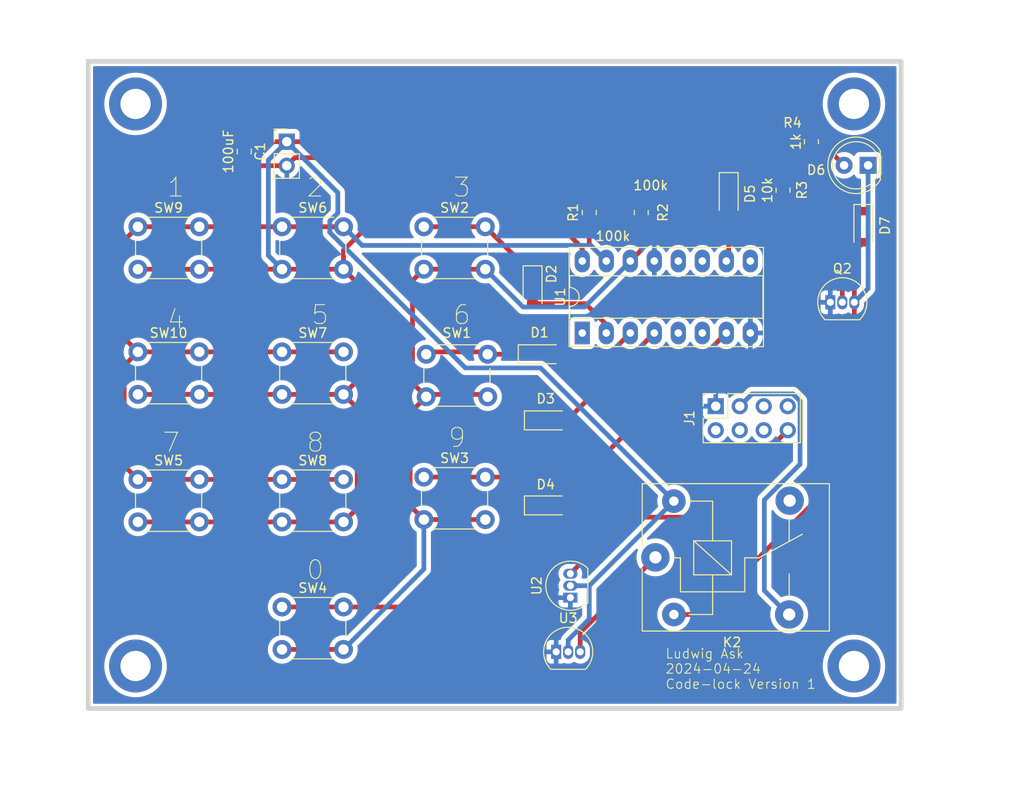
<source format=kicad_pcb>
(kicad_pcb (version 20240108) (generator "pcbnew") (generator_version "8.0")
  (layers (0 "F.Cu" signal) (31 "B.Cu" signal) (34 "B.Paste" user) (35 "F.Paste" user) (36 "B.SilkS" user "B.Silkscreen") (37 "F.SilkS" user "F.Silkscreen") (38 "B.Mask" user) (39 "F.Mask" user) (44 "Edge.Cuts" user))
  (net 0 "")
  (net 1 "GND")
  (net 2 "VCC")
  (net 3 "Net-(D1-K)")
  (net 4 "Net-(D1-A)")
  (net 5 "Net-(D2-K)")
  (net 6 "Net-(D2-A)")
  (net 7 "Net-(D3-A)")
  (net 8 "Net-(D3-K)")
  (net 9 "Net-(D4-K)")
  (net 10 "Net-(D4-A)")
  (net 11 "Net-(D5-A)")
  (net 12 "Net-(D5-K)")
  (net 13 "Net-(D6-A)")
  (net 14 "Net-(D6-K)")
  (net 15 "Net-(Q2-B)")
  (net 16 "Net-(U1-Reset)")
  (net 17 "Net-(U1-CLK)")
  (net 25 "Net-(U3-VO)")
  (net 28 "Net-(J1-Pin_8)")
  (net 32 "Net-(J1-Pin_3)")
  (footprint "Diode_SMD:D_SOD-123" (layer "F.Cu") (at 168.25 60.63 -90)
    (property "Reference" "D5" (at -0.105 -2.25 90) (layer "F.SilkS"))
    (property "Value" "1N4148W")
    (fp_line (start -2.36 1) (end 1.65 1) (stroke (width 0.12)) (layer "F.SilkS"))
    (fp_line (start -2.36 -1) (end -2.36 1) (stroke (width 0.12)) (layer "F.SilkS"))
    (fp_line (start -2.36 -1) (end 1.65 -1) (stroke (width 0.12)) (layer "F.SilkS"))
    (pad "1" smd roundrect (at -1.65 0 270) (size 0.9 1.2) (layers "F.Cu" "F.Paste" "F.Mask") (net 12 "Net-(D5-K)"))
    (pad "2" smd roundrect (at 1.65 0 270) (size 0.9 1.2) (layers "F.Cu" "F.Paste" "F.Mask") (net 11 "Net-(D5-A)"))
  )
  (footprint "Button_Switch_THT:SW_PUSH_6mm" (layer "F.Cu") (at 105.75 64)
    (property "Reference" "SW9" (at 3.25 -2 0) (layer "F.SilkS"))
    (property "Value" "SW_Push")
    (fp_line (start -0.25 1.5) (end -0.25 3) (stroke (width 0.12)) (layer "F.SilkS"))
    (fp_line (start 1 5.5) (end 5.5 5.5) (stroke (width 0.12)) (layer "F.SilkS"))
    (fp_line (start 5.5 -1) (end 1 -1) (stroke (width 0.12)) (layer "F.SilkS"))
    (fp_line (start 6.75 3) (end 6.75 1.5) (stroke (width 0.12)) (layer "F.SilkS"))
    (pad "1" thru_hole circle (at 0 0 90) (size 2 2) (drill 1.1) (layers "*.Cu" "*.Mask") (net 16 "Net-(U1-Reset)"))
    (pad "1" thru_hole circle (at 6.5 0 90) (size 2 2) (drill 1.1) (layers "*.Cu" "*.Mask") (net 16 "Net-(U1-Reset)"))
    (pad "2" thru_hole circle (at 0 4.5 90) (size 2 2) (drill 1.1) (layers "*.Cu" "*.Mask") (net 2 "VCC"))
    (pad "2" thru_hole circle (at 6.5 4.5 90) (size 2 2) (drill 1.1) (layers "*.Cu" "*.Mask") (net 2 "VCC"))
  )
  (footprint "Package_TO_SOT_THT:TO-92_Inline" (layer "F.Cu") (at 150 109)
    (property "Reference" "U3" (at 1.27 -3.56 0) (layer "F.SilkS"))
    (property "Value" "MCP1700x-330xxTO")
    (fp_line (start -0.53 1.85) (end 3.07 1.85) (stroke (width 0.12)) (layer "F.SilkS"))
    (fp_arc (start -0.568478 1.838478) (mid -1.132087 -0.994977) (end 1.27 -2.6) (stroke (width 0.12)) (layer "F.SilkS"))
    (fp_arc (start 1.27 -2.6) (mid 3.672087 -0.994977) (end 3.108478 1.838478) (stroke (width 0.12)) (layer "F.SilkS"))
    (pad "1" thru_hole rect (at 0 0) (size 1.05 1.5) (drill 0.75) (layers "*.Cu" "*.Mask") (net 1 "GND"))
    (pad "2" thru_hole oval (at 1.27 0) (size 1.05 1.5) (drill 0.75) (layers "*.Cu" "*.Mask") (net 2 "VCC"))
    (pad "3" thru_hole oval (at 2.54 0) (size 1.05 1.5) (drill 0.75) (layers "*.Cu" "*.Mask") (net 25 "Net-(U3-VO)"))
  )
  (footprint "Resistor_SMD:R_0805_2012Metric_Pad1.20x1.40mm_HandSolder" (layer "F.Cu") (at 159 62.5 -90)
    (property "Reference" "R2" (at 0 -2.29 90) (layer "F.SilkS"))
    (property "Value" "100k" (at -2.87 -1 180) (layer "F.SilkS"))
    (fp_line (start -0.227064 0.735) (end 0.227064 0.735) (stroke (width 0.12)) (layer "F.SilkS"))
    (fp_line (start -0.227064 -0.735) (end 0.227064 -0.735) (stroke (width 0.12)) (layer "F.SilkS"))
    (pad "1" smd roundrect (at -1 0 270) (size 1.2 1.4) (layers "F.Cu" "F.Paste" "F.Mask") (roundrect_rratio 0.208333) (net 1 "GND"))
    (pad "2" smd roundrect (at 1 0 270) (size 1.2 1.4) (layers "F.Cu" "F.Paste" "F.Mask") (roundrect_rratio 0.208333) (net 17 "Net-(U1-CLK)"))
  )
  (footprint "Connector_PinHeader_2.54mm:PinHeader_1x02_P2.54mm_Vertical" (layer "F.Cu") (at 121.5 55)
    (property "Reference" "J3" (hide yes))
    (property "Value" "Conn_01x02_Pin")
    (fp_line (start -1.33 -1.33) (end 0 -1.33) (stroke (width 0.12)) (layer "F.SilkS"))
    (fp_line (start -1.33 0) (end -1.33 -1.33) (stroke (width 0.12)) (layer "F.SilkS"))
    (fp_line (start -1.33 1.27) (end -1.33 3.87) (stroke (width 0.12)) (layer "F.SilkS"))
    (fp_line (start -1.33 1.27) (end 1.33 1.27) (stroke (width 0.12)) (layer "F.SilkS"))
    (fp_line (start -1.33 3.87) (end 1.33 3.87) (stroke (width 0.12)) (layer "F.SilkS"))
    (fp_line (start 1.33 1.27) (end 1.33 3.87) (stroke (width 0.12)) (layer "F.SilkS"))
    (pad "1" thru_hole rect (at 0 0) (size 1.7 1.7) (drill 1) (layers "*.Cu" "*.Mask") (net 2 "VCC"))
    (pad "2" thru_hole oval (at 0 2.54) (size 1.7 1.7) (drill 1) (layers "*.Cu" "*.Mask") (net 1 "GND"))
  )
  (footprint "Package_DIP:CERDIP-16_W7.62mm_SideBrazed_LongPads_Socket" (layer "F.Cu") (at 152.76 75.25 90)
    (property "Reference" "U1" (at 3.81 -2.33 -90) (layer "F.SilkS"))
    (property "Value" "4017")
    (fp_line (start 9.06 -1.39) (end -1.44 -1.39) (stroke (width 0.12)) (layer "F.SilkS"))
    (fp_line (start -1.44 -1.39) (end -1.44 19.17) (stroke (width 0.12)) (layer "F.SilkS"))
    (fp_line (start 6.06 -1.33) (end 4.81 -1.33) (stroke (width 0.12)) (layer "F.SilkS"))
    (fp_line (start 2.81 -1.33) (end 1.56 -1.33) (stroke (width 0.12)) (layer "F.SilkS"))
    (fp_line (start 1.56 -1.33) (end 1.56 19.11) (stroke (width 0.12)) (layer "F.SilkS"))
    (fp_line (start 6.06 19.11) (end 6.06 -1.33) (stroke (width 0.12)) (layer "F.SilkS"))
    (fp_line (start 1.56 19.11) (end 6.06 19.11) (stroke (width 0.12)) (layer "F.SilkS"))
    (fp_line (start 9.06 19.17) (end 9.06 -1.39) (stroke (width 0.12)) (layer "F.SilkS"))
    (fp_line (start -1.44 19.17) (end 9.06 19.17) (stroke (width 0.12)) (layer "F.SilkS"))
    (fp_arc (start 4.81 -1.33) (mid 3.81 -0.33) (end 2.81 -1.33) (stroke (width 0.12)) (layer "F.SilkS"))
    (pad "1" thru_hole rect (at 0 0 90) (size 2.4 1.6) (drill 0.8) (layers "*.Cu" "*.Mask"))
    (pad "2" thru_hole oval (at 0 2.54 90) (size 2.4 1.6) (drill 0.8) (layers "*.Cu" "*.Mask") (net 6 "Net-(D2-A)"))
    (pad "3" thru_hole oval (at 0 5.08 90) (size 2.4 1.6) (drill 0.8) (layers "*.Cu" "*.Mask") (net 4 "Net-(D1-A)"))
    (pad "4" thru_hole oval (at 0 7.62 90) (size 2.4 1.6) (drill 0.8) (layers "*.Cu" "*.Mask") (net 7 "Net-(D3-A)"))
    (pad "5" thru_hole oval (at 0 10.16 90) (size 2.4 1.6) (drill 0.8) (layers "*.Cu" "*.Mask"))
    (pad "6" thru_hole oval (at 0 12.7 90) (size 2.4 1.6) (drill 0.8) (layers "*.Cu" "*.Mask"))
    (pad "7" thru_hole oval (at 0 15.24 90) (size 2.4 1.6) (drill 0.8) (layers "*.Cu" "*.Mask") (net 10 "Net-(D4-A)"))
    (pad "8" thru_hole oval (at 0 17.78 90) (size 2.4 1.6) (drill 0.8) (layers "*.Cu" "*.Mask") (net 1 "GND"))
    (pad "9" thru_hole oval (at 7.62 17.78 90) (size 2.4 1.6) (drill 0.8) (layers "*.Cu" "*.Mask"))
    (pad "10" thru_hole oval (at 7.62 15.24 90) (size 2.4 1.6) (drill 0.8) (layers "*.Cu" "*.Mask") (net 11 "Net-(D5-A)"))
    (pad "11" thru_hole oval (at 7.62 12.7 90) (size 2.4 1.6) (drill 0.8) (layers "*.Cu" "*.Mask"))
    (pad "12" thru_hole oval (at 7.62 10.16 90) (size 2.4 1.6) (drill 0.8) (layers "*.Cu" "*.Mask"))
    (pad "13" thru_hole oval (at 7.62 7.62 90) (size 2.4 1.6) (drill 0.8) (layers "*.Cu" "*.Mask") (net 1 "GND"))
    (pad "14" thru_hole oval (at 7.62 5.08 90) (size 2.4 1.6) (drill 0.8) (layers "*.Cu" "*.Mask") (net 17 "Net-(U1-CLK)"))
    (pad "15" thru_hole oval (at 7.62 2.54 90) (size 2.4 1.6) (drill 0.8) (layers "*.Cu" "*.Mask") (net 16 "Net-(U1-Reset)"))
    (pad "16" thru_hole oval (at 7.62 0 90) (size 2.4 1.6) (drill 0.8) (layers "*.Cu" "*.Mask") (net 2 "VCC"))
  )
  (footprint "MountingHole:MountingHole_3.2mm_M3_DIN965_Pad" (layer "F.Cu") (at 181.5 110.5)
    (property "Reference" "REF**" (hide yes))
    (property "Value" "MountingHole_3.2mm_M3_DIN965_Pad")
    (pad "1" thru_hole circle (at 0 0) (size 5.6 5.6) (drill 3.2) (layers "*.Cu" "*.Mask"))
  )
  (footprint "Package_TO_SOT_THT:TO-92_Inline" (layer "F.Cu") (at 151.5 103.27 90)
    (property "Reference" "U2" (at 1.27 -3.56 -90) (layer "F.SilkS"))
    (property "Value" "MCP1700x-330xxTO")
    (fp_line (start -0.53 1.85) (end 3.07 1.85) (stroke (width 0.12)) (layer "F.SilkS"))
    (fp_arc (start 1.27 -2.6) (mid 3.672087 -0.994977) (end 3.108478 1.838478) (stroke (width 0.12)) (layer "F.SilkS"))
    (fp_arc (start -0.568478 1.838478) (mid -1.132087 -0.994977) (end 1.27 -2.6) (stroke (width 0.12)) (layer "F.SilkS"))
    (pad "1" thru_hole rect (at 0 0 90) (size 1.05 1.5) (drill 0.75) (layers "*.Cu" "*.Mask") (net 1 "GND"))
    (pad "2" thru_hole oval (at 1.27 0 90) (size 1.05 1.5) (drill 0.75) (layers "*.Cu" "*.Mask") (net 2 "VCC"))
    (pad "3" thru_hole oval (at 2.54 0 90) (size 1.05 1.5) (drill 0.75) (layers "*.Cu" "*.Mask") (net 28 "Net-(J1-Pin_8)"))
  )
  (footprint "MountingHole:MountingHole_3.2mm_M3_DIN965_Pad" (layer "F.Cu") (at 105.5 110.5)
    (property "Reference" "REF**" (hide yes))
    (property "Value" "MountingHole_3.2mm_M3_DIN965_Pad")
    (pad "1" thru_hole circle (at 0 0) (size 5.6 5.6) (drill 3.2) (layers "*.Cu" "*.Mask"))
  )
  (footprint "Diode_SMD:D_SOD-123" (layer "F.Cu") (at 182.5 64 -90)
    (property "Reference" "D7" (at -0.105 -2.29 90) (layer "F.SilkS"))
    (property "Value" "1N4148W")
    (fp_line (start -2.36 1) (end 1.65 1) (stroke (width 0.12)) (layer "F.SilkS"))
    (fp_line (start -2.36 -1) (end -2.36 1) (stroke (width 0.12)) (layer "F.SilkS"))
    (fp_line (start -2.36 -1) (end 1.65 -1) (stroke (width 0.12)) (layer "F.SilkS"))
    (pad "1" smd roundrect (at -1.65 0 270) (size 0.9 1.2) (layers "F.Cu" "F.Paste" "F.Mask") (net 2 "VCC"))
    (pad "2" smd roundrect (at 1.65 0 270) (size 0.9 1.2) (layers "F.Cu" "F.Paste" "F.Mask") (net 14 "Net-(D6-K)"))
  )
  (footprint "Button_Switch_THT:SW_PUSH_6mm" (layer "F.Cu") (at 136 90.5)
    (property "Reference" "SW3" (at 3.25 -2 0) (layer "F.SilkS"))
    (property "Value" "SW_Push")
    (fp_line (start -0.25 1.5) (end -0.25 3) (stroke (width 0.12)) (layer "F.SilkS"))
    (fp_line (start 1 5.5) (end 5.5 5.5) (stroke (width 0.12)) (layer "F.SilkS"))
    (fp_line (start 5.5 -1) (end 1 -1) (stroke (width 0.12)) (layer "F.SilkS"))
    (fp_line (start 6.75 3) (end 6.75 1.5) (stroke (width 0.12)) (layer "F.SilkS"))
    (pad "1" thru_hole circle (at 0 0 90) (size 2 2) (drill 1.1) (layers "*.Cu" "*.Mask") (net 8 "Net-(D3-K)"))
    (pad "1" thru_hole circle (at 6.5 0 90) (size 2 2) (drill 1.1) (layers "*.Cu" "*.Mask") (net 8 "Net-(D3-K)"))
    (pad "2" thru_hole circle (at 0 4.5 90) (size 2 2) (drill 1.1) (layers "*.Cu" "*.Mask") (net 17 "Net-(U1-CLK)"))
    (pad "2" thru_hole circle (at 6.5 4.5 90) (size 2 2) (drill 1.1) (layers "*.Cu" "*.Mask") (net 17 "Net-(U1-CLK)"))
  )
  (footprint "MountingHole:MountingHole_3.2mm_M3_DIN965_Pad" (layer "F.Cu") (at 181.5 51)
    (property "Reference" "REF**" (hide yes))
    (property "Value" "MountingHole_3.2mm_M3_DIN965_Pad")
    (pad "1" thru_hole circle (at 0 0) (size 5.6 5.6) (drill 3.2) (layers "*.Cu" "*.Mask"))
  )
  (footprint "Button_Switch_THT:SW_PUSH_6mm" (layer "F.Cu") (at 136.25 77.5)
    (property "Reference" "SW1" (at 3.25 -2.25 0) (layer "F.SilkS"))
    (property "Value" "SW_Push")
    (fp_line (start -0.25 1.5) (end -0.25 3) (stroke (width 0.12)) (layer "F.SilkS"))
    (fp_line (start 1 5.5) (end 5.5 5.5) (stroke (width 0.12)) (layer "F.SilkS"))
    (fp_line (start 5.5 -1) (end 1 -1) (stroke (width 0.12)) (layer "F.SilkS"))
    (fp_line (start 6.75 3) (end 6.75 1.5) (stroke (width 0.12)) (layer "F.SilkS"))
    (pad "1" thru_hole circle (at 0 0 90) (size 2 2) (drill 1.1) (layers "*.Cu" "*.Mask") (net 3 "Net-(D1-K)"))
    (pad "1" thru_hole circle (at 6.5 0 90) (size 2 2) (drill 1.1) (layers "*.Cu" "*.Mask") (net 3 "Net-(D1-K)"))
    (pad "2" thru_hole circle (at 0 4.5 90) (size 2 2) (drill 1.1) (layers "*.Cu" "*.Mask") (net 17 "Net-(U1-CLK)"))
    (pad "2" thru_hole circle (at 6.5 4.5 90) (size 2 2) (drill 1.1) (layers "*.Cu" "*.Mask") (net 17 "Net-(U1-CLK)"))
  )
  (footprint "Diode_SMD:D_SOD-123" (layer "F.Cu") (at 149 84.5)
    (property "Reference" "D3" (at -0.105 -2.29 0) (layer "F.SilkS"))
    (property "Value" "1N4148W")
    (fp_line (start -2.36 -1) (end -2.36 1) (stroke (width 0.12)) (layer "F.SilkS"))
    (fp_line (start -2.36 -1) (end 1.65 -1) (stroke (width 0.12)) (layer "F.SilkS"))
    (fp_line (start -2.36 1) (end 1.65 1) (stroke (width 0.12)) (layer "F.SilkS"))
    (pad "1" smd roundrect (at -1.65 0) (size 0.9 1.2) (layers "F.Cu" "F.Paste" "F.Mask") (net 8 "Net-(D3-K)"))
    (pad "2" smd roundrect (at 1.65 0) (size 0.9 1.2) (layers "F.Cu" "F.Paste" "F.Mask") (net 7 "Net-(D3-A)"))
  )
  (footprint "Resistor_SMD:R_0805_2012Metric_Pad1.20x1.40mm_HandSolder" (layer "F.Cu") (at 153.5 62.5 90)
    (property "Reference" "R1" (at 0 -1.71 -90) (layer "F.SilkS"))
    (property "Value" "100k" (at -2.5 2.5 0) (layer "F.SilkS"))
    (fp_line (start -0.227064 -0.735) (end 0.227064 -0.735) (stroke (width 0.12)) (layer "F.SilkS"))
    (fp_line (start -0.227064 0.735) (end 0.227064 0.735) (stroke (width 0.12)) (layer "F.SilkS"))
    (pad "1" smd roundrect (at -1 0 90) (size 1.2 1.4) (layers "F.Cu" "F.Paste" "F.Mask") (roundrect_rratio 0.208333) (net 16 "Net-(U1-Reset)"))
    (pad "2" smd roundrect (at 1 0 90) (size 1.2 1.4) (layers "F.Cu" "F.Paste" "F.Mask") (roundrect_rratio 0.208333) (net 1 "GND"))
  )
  (footprint "Connector_PinSocket_2.54mm:PinSocket_2x04_P2.54mm_Vertical" (layer "F.Cu") (at 166.88 83 90)
    (property "Reference" "J1" (at -1.27 -2.77 -90) (layer "F.SilkS"))
    (property "Value" "Conn_02x04_Odd_Even")
    (fp_line (start 1.33 -1.33) (end 1.33 0) (stroke (width 0.12)) (layer "F.SilkS"))
    (fp_line (start 0 -1.33) (end 1.33 -1.33) (stroke (width 0.12)) (layer "F.SilkS"))
    (fp_line (start -1.27 -1.33) (end -1.27 1.27) (stroke (width 0.12)) (layer "F.SilkS"))
    (fp_line (start -3.87 -1.33) (end -1.27 -1.33) (stroke (width 0.12)) (layer "F.SilkS"))
    (fp_line (start -3.87 -1.33) (end -3.87 8.95) (stroke (width 0.12)) (layer "F.SilkS"))
    (fp_line (start 1.33 1.27) (end 1.33 8.95) (stroke (width 0.12)) (layer "F.SilkS"))
    (fp_line (start -1.27 1.27) (end 1.33 1.27) (stroke (width 0.12)) (layer "F.SilkS"))
    (fp_line (start -3.87 8.95) (end 1.33 8.95) (stroke (width 0.12)) (layer "F.SilkS"))
    (pad "1" thru_hole rect (at 0 0 90) (size 1.7 1.7) (drill 1) (layers "*.Cu" "*.Mask") (net 1 "GND"))
    (pad "2" thru_hole oval (at -2.54 0 90) (size 1.7 1.7) (drill 1) (layers "*.Cu" "*.Mask"))
    (pad "3" thru_hole oval (at 0 2.54 90) (size 1.7 1.7) (drill 1) (layers "*.Cu" "*.Mask") (net 32 "Net-(J1-Pin_3)"))
    (pad "4" thru_hole oval (at -2.54 2.54 90) (size 1.7 1.7) (drill 1) (layers "*.Cu" "*.Mask"))
    (pad "5" thru_hole oval (at 0 5.08 90) (size 1.7 1.7) (drill 1) (layers "*.Cu" "*.Mask"))
    (pad "6" thru_hole oval (at -2.54 5.08 90) (size 1.7 1.7) (drill 1) (layers "*.Cu" "*.Mask"))
    (pad "7" thru_hole oval (at 0 7.62 90) (size 1.7 1.7) (drill 1) (layers "*.Cu" "*.Mask"))
    (pad "8" thru_hole oval (at -2.54 7.62 90) (size 1.7 1.7) (drill 1) (layers "*.Cu" "*.Mask") (net 28 "Net-(J1-Pin_8)"))
  )
  (footprint "Resistor_SMD:R_0805_2012Metric_Pad1.20x1.40mm_HandSolder" (layer "F.Cu") (at 174 60.13 -90)
    (property "Reference" "R3" (at 0 -2 90) (layer "F.SilkS"))
    (property "Value" "10k" (at 0 1.65 90) (layer "F.SilkS"))
    (fp_line (start -0.227064 0.735) (end 0.227064 0.735) (stroke (width 0.12)) (layer "F.SilkS"))
    (fp_line (start -0.227064 -0.735) (end 0.227064 -0.735) (stroke (width 0.12)) (layer "F.SilkS"))
    (pad "1" smd roundrect (at -1 0 270) (size 1.2 1.4) (layers "F.Cu" "F.Paste" "F.Mask") (roundrect_rratio 0.208333) (net 12 "Net-(D5-K)"))
    (pad "2" smd roundrect (at 1 0 270) (size 1.2 1.4) (layers "F.Cu" "F.Paste" "F.Mask") (roundrect_rratio 0.208333) (net 15 "Net-(Q2-B)"))
  )
  (footprint "Button_Switch_THT:SW_PUSH_6mm" (layer "F.Cu") (at 105.75 77.25)
    (property "Reference" "SW10" (at 3.25 -2 0) (layer "F.SilkS"))
    (property "Value" "SW_Push")
    (fp_line (start -0.25 1.5) (end -0.25 3) (stroke (width 0.12)) (layer "F.SilkS"))
    (fp_line (start 1 5.5) (end 5.5 5.5) (stroke (width 0.12)) (layer "F.SilkS"))
    (fp_line (start 5.5 -1) (end 1 -1) (stroke (width 0.12)) (layer "F.SilkS"))
    (fp_line (start 6.75 3) (end 6.75 1.5) (stroke (width 0.12)) (layer "F.SilkS"))
    (pad "1" thru_hole circle (at 0 0 90) (size 2 2) (drill 1.1) (layers "*.Cu" "*.Mask") (net 16 "Net-(U1-Reset)"))
    (pad "1" thru_hole circle (at 6.5 0 90) (size 2 2) (drill 1.1) (layers "*.Cu" "*.Mask") (net 16 "Net-(U1-Reset)"))
    (pad "2" thru_hole circle (at 0 4.5 90) (size 2 2) (drill 1.1) (layers "*.Cu" "*.Mask") (net 2 "VCC"))
    (pad "2" thru_hole circle (at 6.5 4.5 90) (size 2 2) (drill 1.1) (layers "*.Cu" "*.Mask") (net 2 "VCC"))
  )
  (footprint "Button_Switch_THT:SW_PUSH_6mm" (layer "F.Cu") (at 121 104.25)
    (property "Reference" "SW4" (at 3.25 -2 0) (layer "F.SilkS"))
    (property "Value" "SW_Push")
    (fp_line (start -0.25 1.5) (end -0.25 3) (stroke (width 0.12)) (layer "F.SilkS"))
    (fp_line (start 1 5.5) (end 5.5 5.5) (stroke (width 0.12)) (layer "F.SilkS"))
    (fp_line (start 5.5 -1) (end 1 -1) (stroke (width 0.12)) (layer "F.SilkS"))
    (fp_line (start 6.75 3) (end 6.75 1.5) (stroke (width 0.12)) (layer "F.SilkS"))
    (pad "1" thru_hole circle (at 0 0 90) (size 2 2) (drill 1.1) (layers "*.Cu" "*.Mask") (net 9 "Net-(D4-K)"))
    (pad "1" thru_hole circle (at 6.5 0 90) (size 2 2) (drill 1.1) (layers "*.Cu" "*.Mask") (net 9 "Net-(D4-K)"))
    (pad "2" thru_hole circle (at 0 4.5 90) (size 2 2) (drill 1.1) (layers "*.Cu" "*.Mask") (net 17 "Net-(U1-CLK)"))
    (pad "2" thru_hole circle (at 6.5 4.5 90) (size 2 2) (drill 1.1) (layers "*.Cu" "*.Mask") (net 17 "Net-(U1-CLK)"))
  )
  (footprint "MountingHole:MountingHole_3.2mm_M3_DIN965_Pad" (layer "F.Cu") (at 105.5 51)
    (property "Reference" "REF**" (hide yes))
    (property "Value" "MountingHole_3.2mm_M3_DIN965_Pad")
    (pad "1" thru_hole circle (at 0 0) (size 5.6 5.6) (drill 3.2) (layers "*.Cu" "*.Mask"))
  )
  (footprint "Button_Switch_THT:SW_PUSH_6mm" (layer "F.Cu") (at 121 64)
    (property "Reference" "SW6" (at 3.25 -2 0) (layer "F.SilkS"))
    (property "Value" "SW_Push")
    (fp_line (start -0.25 1.5) (end -0.25 3) (stroke (width 0.12)) (layer "F.SilkS"))
    (fp_line (start 1 5.5) (end 5.5 5.5) (stroke (width 0.12)) (layer "F.SilkS"))
    (fp_line (start 5.5 -1) (end 1 -1) (stroke (width 0.12)) (layer "F.SilkS"))
    (fp_line (start 6.75 3) (end 6.75 1.5) (stroke (width 0.12)) (layer "F.SilkS"))
    (pad "1" thru_hole circle (at 0 0 90) (size 2 2) (drill 1.1) (layers "*.Cu" "*.Mask") (net 16 "Net-(U1-Reset)"))
    (pad "1" thru_hole circle (at 6.5 0 90) (size 2 2) (drill 1.1) (layers "*.Cu" "*.Mask") (net 16 "Net-(U1-Reset)"))
    (pad "2" thru_hole circle (at 0 4.5 90) (size 2 2) (drill 1.1) (layers "*.Cu" "*.Mask") (net 2 "VCC"))
    (pad "2" thru_hole circle (at 6.5 4.5 90) (size 2 2) (drill 1.1) (layers "*.Cu" "*.Mask") (net 2 "VCC"))
  )
  (footprint "Resistor_SMD:R_0805_2012Metric_Pad1.20x1.40mm_HandSolder" (layer "F.Cu") (at 177 55 -90)
    (property "Reference" "R4" (at -2 2 180) (layer "F.SilkS"))
    (property "Value" "1k" (at 0 1.65 90) (layer "F.SilkS"))
    (fp_line (start -0.227064 0.735) (end 0.227064 0.735) (stroke (width 0.12)) (layer "F.SilkS"))
    (fp_line (start -0.227064 -0.735) (end 0.227064 -0.735) (stroke (width 0.12)) (layer "F.SilkS"))
    (pad "1" smd roundrect (at -1 0 270) (size 1.2 1.4) (layers "F.Cu" "F.Paste" "F.Mask") (roundrect_rratio 0.208333) (net 2 "VCC"))
    (pad "2" smd roundrect (at 1 0 270) (size 1.2 1.4) (layers "F.Cu" "F.Paste" "F.Mask") (roundrect_rratio 0.208333) (net 13 "Net-(D6-A)"))
  )
  (footprint "Button_Switch_THT:SW_PUSH_6mm" (layer "F.Cu") (at 136 64)
    (property "Reference" "SW2" (at 3.25 -2 0) (layer "F.SilkS"))
    (property "Value" "SW_Push")
    (fp_line (start -0.25 1.5) (end -0.25 3) (stroke (width 0.12)) (layer "F.SilkS"))
    (fp_line (start 1 5.5) (end 5.5 5.5) (stroke (width 0.12)) (layer "F.SilkS"))
    (fp_line (start 5.5 -1) (end 1 -1) (stroke (width 0.12)) (layer "F.SilkS"))
    (fp_line (start 6.75 3) (end 6.75 1.5) (stroke (width 0.12)) (layer "F.SilkS"))
    (pad "1" thru_hole circle (at 0 0 90) (size 2 2) (drill 1.1) (layers "*.Cu" "*.Mask") (net 5 "Net-(D2-K)"))
    (pad "1" thru_hole circle (at 6.5 0 90) (size 2 2) (drill 1.1) (layers "*.Cu" "*.Mask") (net 5 "Net-(D2-K)"))
    (pad "2" thru_hole circle (at 0 4.5 90) (size 2 2) (drill 1.1) (layers "*.Cu" "*.Mask") (net 17 "Net-(U1-CLK)"))
    (pad "2" thru_hole circle (at 6.5 4.5 90) (size 2 2) (drill 1.1) (layers "*.Cu" "*.Mask") (net 17 "Net-(U1-CLK)"))
  )
  (footprint "Diode_SMD:D_SOD-123" (layer "F.Cu") (at 149 93.5)
    (property "Reference" "D4" (at -0.105 -2.21 0) (layer "F.SilkS"))
    (property "Value" "1N4148W")
    (fp_line (start -2.36 -1) (end -2.36 1) (stroke (width 0.12)) (layer "F.SilkS"))
    (fp_line (start -2.36 -1) (end 1.65 -1) (stroke (width 0.12)) (layer "F.SilkS"))
    (fp_line (start -2.36 1) (end 1.65 1) (stroke (width 0.12)) (layer "F.SilkS"))
    (pad "1" smd roundrect (at -1.65 0) (size 0.9 1.2) (layers "F.Cu" "F.Paste" "F.Mask") (net 9 "Net-(D4-K)"))
    (pad "2" smd roundrect (at 1.65 0) (size 0.9 1.2) (layers "F.Cu" "F.Paste" "F.Mask") (net 10 "Net-(D4-A)"))
  )
  (footprint "Relay_THT:Relay_SPDT_SANYOU_SRD_Series_Form_C" (layer "F.Cu") (at 160.5 99)
    (property "Reference" "K2" (at 8.1 9 0) (layer "F.SilkS"))
    (property "Value" "SANYOU_SRD_Form_C")
    (fp_line (start -1.4 -7.8) (end -1.4 -1.2) (stroke (width 0.12)) (layer "F.SilkS"))
    (fp_line (start -1.4 -7.8) (end 18.4 -7.8) (stroke (width 0.12)) (layer "F.SilkS"))
    (fp_line (start -1.4 1.2) (end -1.4 7.8) (stroke (width 0.12)) (layer "F.SilkS"))
    (fp_line (start 2.65 0.05) (end 1.85 0.05) (stroke (width 0.12)) (layer "F.SilkS"))
    (fp_line (start 2.65 0.05) (end 2.65 3.65) (stroke (width 0.12)) (layer "F.SilkS"))
    (fp_line (start 3.55 6.05) (end 6.05 6.05) (stroke (width 0.12)) (layer "F.SilkS"))
    (fp_line (start 4.05 -1.75) (end 8.05 -1.75) (stroke (width 0.12)) (layer "F.SilkS"))
    (fp_line (start 4.05 1.85) (end 4.05 -1.75) (stroke (width 0.12)) (layer "F.SilkS"))
    (fp_line (start 6.05 -5.95) (end 3.55 -5.95) (stroke (width 0.12)) (layer "F.SilkS"))
    (fp_line (start 6.05 -5.95) (end 6.05 -1.75) (stroke (width 0.12)) (layer "F.SilkS"))
    (fp_line (start 6.05 1.85) (end 6.05 6.05) (stroke (width 0.12)) (layer "F.SilkS"))
    (fp_line (start 8.05 -1.75) (end 8.05 1.85) (stroke (width 0.12)) (layer "F.SilkS"))
    (fp_line (start 8.05 1.85) (end 4.05 -1.75) (stroke (width 0.12)) (layer "F.SilkS"))
    (fp_line (start 8.05 1.85) (end 4.05 1.85) (stroke (width 0.12)) (layer "F.SilkS"))
    (fp_line (start 9.45 0.05) (end 9.45 3.65) (stroke (width 0.12)) (layer "F.SilkS"))
    (fp_line (start 9.45 0.05) (end 10.95 0.05) (stroke (width 0.12)) (layer "F.SilkS"))
    (fp_line (start 9.45 3.65) (end 2.65 3.65) (stroke (width 0.12)) (layer "F.SilkS"))
    (fp_line (start 10.95 0.05) (end 15.55 -2.45) (stroke (width 0.12)) (layer "F.SilkS"))
    (fp_line (start 14.15 -4.2) (end 14.15 -1.7) (stroke (width 0.12)) (layer "F.SilkS"))
    (fp_line (start 14.15 4.2) (end 14.15 1.75) (stroke (width 0.12)) (layer "F.SilkS"))
    (fp_line (start 18.4 -7.8) (end 18.4 7.8) (stroke (width 0.12)) (layer "F.SilkS"))
    (fp_line (start 18.4 7.8) (end -1.4 7.8) (stroke (width 0.12)) (layer "F.SilkS"))
    (pad "1" thru_hole circle (at 0 0 90) (size 3 3) (drill 1.3) (layers "*.Cu" "*.Mask") (net 25 "Net-(U3-VO)"))
    (pad "2" thru_hole circle (at 1.95 6.05 90) (size 2.5 2.5) (drill 1) (layers "*.Cu" "*.Mask") (net 14 "Net-(D6-K)"))
    (pad "3" thru_hole circle (at 14.15 6.05 90) (size 3 3) (drill 1.3) (layers "*.Cu" "*.Mask") (net 32 "Net-(J1-Pin_3)"))
    (pad "4" thru_hole circle (at 14.2 -6 90) (size 3 3) (drill 1.3) (layers "*.Cu" "*.Mask"))
    (pad "5" thru_hole circle (at 1.95 -5.95 90) (size 2.5 2.5) (drill 1) (layers "*.Cu" "*.Mask") (net 2 "VCC"))
  )
  (footprint "Diode_SMD:D_SOD-123" (layer "F.Cu") (at 147.5 70.5 -90)
    (property "Reference" "D2" (at -1.5 -2 90) (layer "F.SilkS"))
    (property "Value" "1N4148W")
    (fp_line (start -2.36 1) (end 1.65 1) (stroke (width 0.12)) (layer "F.SilkS"))
    (fp_line (start -2.36 -1) (end -2.36 1) (stroke (width 0.12)) (layer "F.SilkS"))
    (fp_line (start -2.36 -1) (end 1.65 -1) (stroke (width 0.12)) (layer "F.SilkS"))
    (pad "1" smd roundrect (at -1.65 0 270) (size 0.9 1.2) (layers "F.Cu" "F.Paste" "F.Mask") (net 5 "Net-(D2-K)"))
    (pad "2" smd roundrect (at 1.65 0 270) (size 0.9 1.2) (layers "F.Cu" "F.Paste" "F.Mask") (net 6 "Net-(D2-A)"))
  )
  (footprint "Button_Switch_THT:SW_PUSH_6mm" (layer "F.Cu") (at 121 90.75)
    (property "Reference" "SW8" (at 3.25 -2 0) (layer "F.SilkS"))
    (property "Value" "SW_Push")
    (fp_line (start -0.25 1.5) (end -0.25 3) (stroke (width 0.12)) (layer "F.SilkS"))
    (fp_line (start 1 5.5) (end 5.5 5.5) (stroke (width 0.12)) (layer "F.SilkS"))
    (fp_line (start 5.5 -1) (end 1 -1) (stroke (width 0.12)) (layer "F.SilkS"))
    (fp_line (start 6.75 3) (end 6.75 1.5) (stroke (width 0.12)) (layer "F.SilkS"))
    (pad "1" thru_hole circle (at 0 0 90) (size 2 2) (drill 1.1) (layers "*.Cu" "*.Mask") (net 16 "Net-(U1-Reset)"))
    (pad "1" thru_hole circle (at 6.5 0 90) (size 2 2) (drill 1.1) (layers "*.Cu" "*.Mask") (net 16 "Net-(U1-Reset)"))
    (pad "2" thru_hole circle (at 0 4.5 90) (size 2 2) (drill 1.1) (layers "*.Cu" "*.Mask") (net 2 "VCC"))
    (pad "2" thru_hole circle (at 6.5 4.5 90) (size 2 2) (drill 1.1) (layers "*.Cu" "*.Mask") (net 2 "VCC"))
  )
  (footprint "Button_Switch_THT:SW_PUSH_6mm" (layer "F.Cu") (at 105.75 90.75)
    (property "Reference" "SW5" (at 3.25 -2 0) (layer "F.SilkS"))
    (property "Value" "SW_Push")
    (fp_line (start -0.25 1.5) (end -0.25 3) (stroke (width 0.12)) (layer "F.SilkS"))
    (fp_line (start 1 5.5) (end 5.5 5.5) (stroke (width 0.12)) (layer "F.SilkS"))
    (fp_line (start 5.5 -1) (end 1 -1) (stroke (width 0.12)) (layer "F.SilkS"))
    (fp_line (start 6.75 3) (end 6.75 1.5) (stroke (width 0.12)) (layer "F.SilkS"))
    (pad "1" thru_hole circle (at 0 0 90) (size 2 2) (drill 1.1) (layers "*.Cu" "*.Mask") (net 16 "Net-(U1-Reset)"))
    (pad "1" thru_hole circle (at 6.5 0 90) (size 2 2) (drill 1.1) (layers "*.Cu" "*.Mask") (net 16 "Net-(U1-Reset)"))
    (pad "2" thru_hole circle (at 0 4.5 90) (size 2 2) (drill 1.1) (layers "*.Cu" "*.Mask") (net 2 "VCC"))
    (pad "2" thru_hole circle (at 6.5 4.5 90) (size 2 2) (drill 1.1) (layers "*.Cu" "*.Mask") (net 2 "VCC"))
  )
  (footprint "LED_THT:LED_D5.0mm" (layer "F.Cu") (at 183 57.5 180)
    (property "Reference" "D6" (at 5.5 -0.5 180) (layer "F.SilkS"))
    (property "Value" "LED")
    (fp_line (start -1.29 -1.545) (end -1.29 1.545) (stroke (width 0.12)) (layer "F.SilkS"))
    (fp_arc (start 4.26 -0.000462) (mid 2.072002 2.880433) (end -1.29 1.54483) (stroke (width 0.12)) (layer "F.SilkS"))
    (fp_arc (start -1.29 -1.54483) (mid 2.072002 -2.880433) (end 4.26 0.000462) (stroke (width 0.12)) (layer "F.SilkS"))
    (fp_circle (center 1.27 0) (end 3.77 0) (stroke (width 0.12)) (fill none) (layer "F.SilkS"))
    (pad "1" thru_hole rect (at 0 0 180) (size 1.8 1.8) (drill 0.9) (layers "*.Cu" "*.Mask") (net 14 "Net-(D6-K)"))
    (pad "2" thru_hole circle (at 2.54 0 180) (size 1.8 1.8) (drill 0.9) (layers "*.Cu" "*.Mask") (net 13 "Net-(D6-A)"))
  )
  (footprint "Package_TO_SOT_THT:TO-92_Inline" (layer "F.Cu") (at 179 72)
    (property "Reference" "Q2" (at 1.27 -3.56 0) (layer "F.SilkS"))
    (property "Value" "2N3904")
    (fp_line (start -0.53 1.85) (end 3.07 1.85) (stroke (width 0.12)) (layer "F.SilkS"))
    (fp_arc (start -0.568478 1.838478) (mid -1.132087 -0.994977) (end 1.27 -2.6) (stroke (width 0.12)) (layer "F.SilkS"))
    (fp_arc (start 1.27 -2.6) (mid 3.672087 -0.994977) (end 3.108478 1.838478) (stroke (width 0.12)) (layer "F.SilkS"))
    (pad "1" thru_hole rect (at 0 0) (size 1.05 1.5) (drill 0.75) (layers "*.Cu" "*.Mask") (net 1 "GND"))
    (pad "2" thru_hole oval (at 1.27 0) (size 1.05 1.5) (drill 0.75) (layers "*.Cu" "*.Mask") (net 15 "Net-(Q2-B)"))
    (pad "3" thru_hole oval (at 2.54 0) (size 1.05 1.5) (drill 0.75) (layers "*.Cu" "*.Mask") (net 14 "Net-(D6-K)"))
  )
  (footprint "Button_Switch_THT:SW_PUSH_6mm" (layer "F.Cu") (at 121 77.25)
    (property "Reference" "SW7" (at 3.25 -2 0) (layer "F.SilkS"))
    (property "Value" "SW_Push")
    (fp_line (start -0.25 1.5) (end -0.25 3) (stroke (width 0.12)) (layer "F.SilkS"))
    (fp_line (start 1 5.5) (end 5.5 5.5) (stroke (width 0.12)) (layer "F.SilkS"))
    (fp_line (start 5.5 -1) (end 1 -1) (stroke (width 0.12)) (layer "F.SilkS"))
    (fp_line (start 6.75 3) (end 6.75 1.5) (stroke (width 0.12)) (layer "F.SilkS"))
    (pad "1" thru_hole circle (at 0 0 90) (size 2 2) (drill 1.1) (layers "*.Cu" "*.Mask") (net 16 "Net-(U1-Reset)"))
    (pad "1" thru_hole circle (at 6.5 0 90) (size 2 2) (drill 1.1) (layers "*.Cu" "*.Mask") (net 16 "Net-(U1-Reset)"))
    (pad "2" thru_hole circle (at 0 4.5 90) (size 2 2) (drill 1.1) (layers "*.Cu" "*.Mask") (net 2 "VCC"))
    (pad "2" thru_hole circle (at 6.5 4.5 90) (size 2 2) (drill 1.1) (layers "*.Cu" "*.Mask") (net 2 "VCC"))
  )
  (footprint "Diode_SMD:D_SOD-123" (layer "F.Cu") (at 148.35 77.5)
    (property "Reference" "D1" (at -0.105 -2.29 0) (layer "F.SilkS"))
    (property "Value" "1N4148W")
    (fp_line (start -2.36 -1) (end -2.36 1) (stroke (width 0.12)) (layer "F.SilkS"))
    (fp_line (start -2.36 -1) (end 1.65 -1) (stroke (width 0.12)) (layer "F.SilkS"))
    (fp_line (start -2.36 1) (end 1.65 1) (stroke (width 0.12)) (layer "F.SilkS"))
    (pad "1" smd roundrect (at -1.65 0) (size 0.9 1.2) (layers "F.Cu" "F.Paste" "F.Mask") (net 3 "Net-(D1-K)"))
    (pad "2" smd roundrect (at 1.65 0) (size 0.9 1.2) (layers "F.Cu" "F.Paste" "F.Mask") (net 4 "Net-(D1-A)"))
  )
  (footprint "Capacitor_SMD:C_0805_2012Metric_Pad1.18x1.45mm_HandSolder" (layer "F.Cu") (at 117 56.0375 -90)
    (property "Reference" "C1" (at 0 -1.68 90) (layer "F.SilkS"))
    (property "Value" "100uF" (at 0 1.68 90) (layer "F.SilkS"))
    (fp_line (start -0.261252 0.735) (end 0.261252 0.735) (stroke (width 0.12)) (layer "F.SilkS"))
    (fp_line (start -0.261252 -0.735) (end 0.261252 -0.735) (stroke (width 0.12)) (layer "F.SilkS"))
    (pad "1" smd roundrect (at -1.0375 0 270) (size 1.175 1.45) (layers "F.Cu" "F.Paste" "F.Mask") (roundrect_rratio 0.212766) (net 2 "VCC"))
    (pad "2" smd roundrect (at 1.0375 0 270) (size 1.175 1.45) (layers "F.Cu" "F.Paste" "F.Mask") (roundrect_rratio 0.212766) (net 1 "GND"))
  )
  (gr_rect (start 100.5 46.5) (end 186.5 115) (stroke (width 0.5)) (fill none) (layer "Edge.Cuts"))
  (gr_text "7" (at 108.25 88 0) (layer "F.SilkS") (effects (font (size 2 2) (thickness 0.1)) (justify left bottom)))
  (gr_text "9" (at 138.5 87.5 0) (layer "F.SilkS") (effects (font (size 2 2) (thickness 0.1)) (justify left bottom)))
  (gr_text "3" (at 139 61 0) (layer "F.SilkS") (effects (font (size 2 2) (thickness 0.1)) (justify left bottom)))
  (gr_text "6" (at 139 74.5 0) (layer "F.SilkS") (effects (font (size 2 2) (thickness 0.1)) (justify left bottom)))
  (gr_text "8" (at 123.5 88 0) (layer "F.SilkS") (effects (font (size 2 2) (thickness 0.1)) (justify left bottom)))
  (gr_text "5" (at 124 74.5 0) (layer "F.SilkS") (effects (font (size 2 2) (thickness 0.1)) (justify left bottom)))
  (gr_text "0" (at 123.5 101.5 0) (layer "F.SilkS") (effects (font (size 2 2) (thickness 0.1)) (justify left bottom)))
  (gr_text "1" (at 108.75 61 0) (layer "F.SilkS") (effects (font (size 2 2) (thickness 0.1)) (justify left bottom)))
  (gr_text "2" (at 123.5 61 0) (layer "F.SilkS") (effects (font (size 2 2) (thickness 0.1)) (justify left bottom)))
  (gr_text "Ludwig Ask\n2024-04-24\nCode-lock Version 1" (at 161.5 113 0) (layer "F.SilkS") (effects (font (size 1 1) (thickness 0.1)) (justify left bottom)))
  (gr_text "4" (at 108.75 75 0) (layer "F.SilkS") (effects (font (size 2 2) (thickness 0.1)) (justify left bottom)))
  (segment (start 121.5 57.54) (end 122.35 56.69) (width 0.5) (layer "F.Cu") (net 1))
  (segment (start 121.5 57.54) (end 117.465 57.54) (width 0.5) (layer "F.Cu") (net 1))
  (segment (start 160.38 66.62) (end 160.38 67.63) (width 0.5) (layer "F.Cu") (net 1))
  (segment (start 117.465 57.54) (end 117 57.075) (width 0.5) (layer "F.Cu") (net 1))
  (segment (start 160.67 67.63) (end 160.63 67.63) (width 0.5) (layer "F.Cu") (net 1))
  (segment (start 153.5 61.5) (end 159 61.5) (width 0.5) (layer "F.Cu") (net 1))
  (segment (start 116.5775 57.54) (end 116.5375 57.5) (width 0.5) (layer "F.Cu") (net 1))
  (segment (start 122.35 56.69) (end 148.69 56.69) (width 0.5) (layer "F.Cu") (net 1))
  (segment (start 158.87 61.5) (end 159 61.63) (width 0.5) (layer "F.Cu") (net 1))
  (segment (start 148.69 56.69) (end 153.5 61.5) (width 0.5) (layer "F.Cu") (net 1))
  (segment (start 159 61.63) (end 159 62) (width 0.5) (layer "F.Cu") (net 1))
  (segment (start 174 54) (end 177 54) (width 0.5) (layer "F.Cu") (net 2))
  (segment (start 173 55) (end 174 54) (width 0.5) (layer "F.Cu") (net 2))
  (segment (start 152.76 67.63) (end 152.76 66.26) (width 0.5) (layer "F.Cu") (net 2))
  (segment (start 111 95.25) (end 120.5 95.25) (width 0.5) (layer "F.Cu") (net 2))
  (segment (start 152.76 66.26) (end 145 58.5) (width 0.5) (layer "F.Cu") (net 2))
  (segment (start 105.75 95.25) (end 112.25 95.25) (width 0.5) (layer "F.Cu") (net 2))
  (segment (start 145 58.5) (end 135.5 58.5) (width 0.5) (layer "F.Cu") (net 2))
  (segment (start 128.95 83.2) (end 128.95 93.8) (width 0.5) (layer "F.Cu") (net 2))
  (segment (start 135.5 58.5) (end 127.5 66.5) (width 0.5) (layer "F.Cu") (net 2))
  (segment (start 180.35 62.35) (end 173 55) (width 0.5) (layer "F.Cu") (net 2))
  (segment (start 130 79.25) (end 130 71) (width 0.5) (layer "F.Cu") (net 2))
  (segment (start 120.5 81.75) (end 111 81.75) (width 0.5) (layer "F.Cu") (net 2))
  (segment (start 128.95 83.2) (end 127.5 81.75) (width 0.5) (layer "F.Cu") (net 2))
  (segment (start 173 55) (end 121.5 55) (width 0.5) (layer "F.Cu") (net 2))
  (segment (start 128.95 93.8) (end 127.5 95.25) (width 0.5) (layer "F.Cu") (net 2))
  (segment (start 121.5 55) (end 117 55) (width 0.5) (layer "F.Cu") (net 2))
  (segment (start 127.5 68.5) (end 130 71) (width 0.5) (layer "F.Cu") (net 2))
  (segment (start 105.75 68.5) (end 112.25 68.5) (width 0.5) (layer "F.Cu") (net 2))
  (segment (start 127.5 81.75) (end 130 79.25) (width 0.5) (layer "F.Cu") (net 2))
  (segment (start 121 68.5) (end 127.5 68.5) (width 0.5) (layer "F.Cu") (net 2))
  (segment (start 127.5 81.75) (end 121 81.75) (width 0.5) (layer "F.Cu") (net 2))
  (segment (start 182.5 62.35) (end 180.35 62.35) (width 0.5) (layer "F.Cu") (net 2))
  (segment (start 112.25 81.75) (end 105.75 81.75) (width 0.5) (layer "F.Cu") (net 2))
  (segment (start 121 95.25) (end 127.5 95.25) (width 0.5) (layer "F.Cu") (net 2))
  (segment (start 127.5 66.5) (end 127.5 68.5) (width 0.5) (layer "F.Cu") (net 2))
  (segment (start 111 68.5) (end 120.5 68.5) (width 0.5) (layer "F.Cu") (net 2))
  (segment (start 162.45 93.05) (end 148.35 78.95) (width 0.5) (layer "B.Cu") (net 2))
  (segment (start 140.39939 78.95) (end 126.05 64.60061) (width 0.5) (layer "B.Cu") (net 2))
  (segment (start 153.5 102) (end 151.5 102) (width 0.5) (layer "B.Cu") (net 2))
  (segment (start 119.55 56.95) (end 119.55 67.05) (width 0.5) (layer "B.Cu") (net 2))
  (segment (start 121.5 55) (end 119.55 56.95) (width 0.5) (layer "B.Cu") (net 2))
  (segment (start 153.5 102) (end 153.5 105.52) (width 0.5) (layer "B.Cu") (net 2))
  (segment (start 126.89939 60.39939) (end 121.5 55) (width 0.5) (layer "B.Cu") (net 2))
  (segment (start 126.05 63.39939) (end 126.89939 62.55) (width 0.5) (layer "B.Cu") (net 2))
  (segment (start 126.05 64.60061) (end 126.05 63.39939) (width 0.5) (layer "B.Cu") (net 2))
  (segment (start 126.89939 62.55) (end 126.89939 60.39939) (width 0.5) (layer "B.Cu") (net 2))
  (segment (start 153.5 105.52) (end 151.27 107.75) (width 0.5) (layer "B.Cu") (net 2))
  (segment (start 162.45 93.05) (end 153.5 102) (width 0.5) (layer "B.Cu") (net 2))
  (segment (start 151.27 107.75) (end 151.27 109) (width 0.5) (layer "B.Cu") (net 2))
  (segment (start 119.55 67.05) (end 121 68.5) (width 0.5) (layer "B.Cu") (net 2))
  (segment (start 148.35 78.95) (end 140.39939 78.95) (width 0.5) (layer "B.Cu") (net 2))
  (segment (start 142.75 77.5) (end 147.35 77.5) (width 0.5) (layer "F.Cu") (net 3))
  (segment (start 136.25 77.25) (end 142.75 77.25) (width 0.5) (layer "F.Cu") (net 3))
  (segment (start 155.59 77.5) (end 157.84 75.25) (width 0.5) (layer "F.Cu") (net 4))
  (segment (start 158 75.41) (end 157.84 75.25) (width 0.5) (layer "F.Cu") (net 4))
  (segment (start 150 77.5) (end 155.59 77.5) (width 0.5) (layer "F.Cu") (net 4))
  (segment (start 136 64) (end 142.5 64) (width 0.5) (layer "F.Cu") (net 5))
  (segment (start 142.5 64) (end 147.35 68.85) (width 0.5) (layer "F.Cu") (net 5))
  (segment (start 147.35 68.85) (end 147.5 68.85) (width 0.5) (layer "F.Cu") (net 5))
  (segment (start 155.3 76.15) (end 155.3 75.25) (width 0.5) (layer "F.Cu") (net 6))
  (segment (start 147.5 72.15) (end 153.1 72.15) (width 0.5) (layer "F.Cu") (net 6))
  (segment (start 155.3 74.35) (end 155.3 75.25) (width 0.5) (layer "F.Cu") (net 6))
  (segment (start 153.1 72.15) (end 155.3 74.35) (width 0.5) (layer "F.Cu") (net 6))
  (segment (start 151.13 84.5) (end 160.38 75.25) (width 0.5) (layer "F.Cu") (net 7))
  (segment (start 160.5 75.37) (end 160.38 75.25) (width 0.5) (layer "F.Cu") (net 7))
  (segment (start 150.65 84.5) (end 151.13 84.5) (width 0.5) (layer "F.Cu") (net 7))
  (segment (start 136 90.5) (end 142.5 90.5) (width 0.5) (layer "F.Cu") (net 8))
  (segment (start 147.35 87.65) (end 147.35 84.5) (width 0.5) (layer "F.Cu") (net 8))
  (segment (start 144.5 90.5) (end 147.35 87.65) (width 0.5) (layer "F.Cu") (net 8))
  (segment (start 142.65 90.65) (end 142.5 90.5) (width 0.5) (layer "F.Cu") (net 8))
  (segment (start 142.5 90.5) (end 144.5 90.5) (width 0.5) (layer "F.Cu") (net 8))
  (segment (start 121 104.25) (end 127.5 104.25) (width 0.5) (layer "F.Cu") (net 9))
  (segment (start 127.5 104.25) (end 140.75 104.25) (width 0.5) (layer "F.Cu") (net 9))
  (segment (start 147.35 97.65) (end 147.35 93.5) (width 0.5) (layer "F.Cu") (net 9))
  (segment (start 140.75 104.25) (end 147.35 97.65) (width 0.5) (layer "F.Cu") (net 9))
  (segment (start 168 75.375) (end 168 75.25) (width 0.5) (layer "F.Cu") (net 10))
  (segment (start 150.65 92.6) (end 168 75.25) (width 0.5) (layer "F.Cu") (net 10))
  (segment (start 150.65 93.5) (end 150.65 92.6) (width 0.5) (layer "F.Cu") (net 10))
  (segment (start 168.25 67.38) (end 168 67.63) (width 0.5) (layer "F.Cu") (net 11))
  (segment (start 168.25 62.28) (end 168.25 67.38) (width 0.5) (layer "F.Cu") (net 11))
  (segment (start 173.85 58.98) (end 174 59.13) (width 0.5) (layer "F.Cu") (net 12))
  (segment (start 168.25 58.98) (end 173.85 58.98) (width 0.5) (layer "F.Cu") (net 12))
  (segment (start 177 56) (end 178.96 56) (width 0.5) (layer "F.Cu") (net 13))
  (segment (start 178.96 56) (end 180.46 57.5) (width 0.5) (layer "F.Cu") (net 13))
  (segment (start 181.54 88.917717) (end 181.54 72) (width 0.5) (layer "F.Cu") (net 14))
  (segment (start 165.407717 105.05) (end 181.54 88.917717) (width 0.5) (layer "F.Cu") (net 14))
  (segment (start 162.45 105.05) (end 165.407717 105.05) (width 0.5) (layer "F.Cu") (net 14))
  (segment (start 181.54 66.61) (end 182.5 65.65) (width 0.5) (layer "F.Cu") (net 14))
  (segment (start 181.54 72) (end 181.54 66.61) (width 0.5) (layer "F.Cu") (net 14))
  (segment (start 183 70.54) (end 183 57.5) (width 0.5) (layer "B.Cu") (net 14))
  (segment (start 181.54 72) (end 183 70.54) (width 0.5) (layer "B.Cu") (net 14))
  (segment (start 180.27 68.28) (end 174 62.01) (width 0.5) (layer "F.Cu") (net 15))
  (segment (start 174 62.01) (end 174 61.13) (width 0.5) (layer "F.Cu") (net 15))
  (segment (start 180.27 72) (end 180.27 68.28) (width 0.5) (layer "F.Cu") (net 15))
  (segment (start 121 64) (end 127.5 64) (width 0.5) (layer "F.Cu") (net 16))
  (segment (start 104.3 78.7) (end 104.3 89.3) (width 0.5) (layer "F.Cu") (net 16))
  (segment (start 105.75 77.25) (end 112.25 77.25) (width 0.5) (layer "F.Cu") (net 16))
  (segment (start 153.5 65.83) (end 155.3 67.63) (width 0.5) (layer "F.Cu") (net 16))
  (segment (start 103.75 66) (end 105.75 64) (width 0.5) (layer "F.Cu") (net 16))
  (segment (start 105.75 77.25) (end 103.75 75.25) (width 0.5) (layer "F.Cu") (net 16))
  (segment (start 104.3 78.7) (end 105.75 77.25) (width 0.5) (layer "F.Cu") (net 16))
  (segment (start 121 90.75) (end 127.5 90.75) (width 0.5) (layer "F.Cu") (net 16))
  (segment (start 155.3 67.63) (end 155.3 67.3) (width 0.5) (layer "F.Cu") (net 16))
  (segment (start 111 90.75) (end 120.5 90.75) (width 0.5) (layer "F.Cu") (net 16))
  (segment (start 111 64) (end 120.5 64) (width 0.5) (layer "F.Cu") (net 16))
  (segment (start 105.75 64) (end 112.25 64) (width 0.5) (layer "F.Cu") (net 16))
  (segment (start 104.3 89.3) (end 105.75 90.75) (width 0.5) (layer "F.Cu") (net 16))
  (segment (start 111 77.25) (end 120.5 77.25) (width 0.5) (layer "F.Cu") (net 16))
  (segment (start 153.5 63.5) (end 153.5 65.83) (width 0.5) (layer "F.Cu") (net 16))
  (segment (start 121 77.25) (end 127.5 77.25) (width 0.5) (layer "F.Cu") (net 16))
  (segment (start 103.75 75.25) (end 103.75 66) (width 0.5) (layer "F.Cu") (net 16))
  (segment (start 105.75 90.75) (end 112.25 90.75) (width 0.5) (layer "F.Cu") (net 16))
  (segment (start 127.5 64) (end 129.48 65.98) (width 0.5) (layer "B.Cu") (net 16))
  (segment (start 129.48 65.98) (end 153.65 65.98) (width 0.5) (layer "B.Cu") (net 16))
  (segment (start 153.65 65.98) (end 155.3 67.63) (width 0.5) (layer "B.Cu") (net 16))
  (segment (start 134.55 93.55) (end 136 95) (width 0.5) (layer "F.Cu") (net 17))
  (segment (start 134.55 83.7) (end 134.55 93.55) (width 0.5) (layer "F.Cu") (net 17))
  (segment (start 136.25 81.75) (end 142.75 81.75) (width 0.5) (layer "F.Cu") (net 17))
  (segment (start 136 68.5) (end 136 69) (width 0.5) (layer "F.Cu") (net 17))
  (segment (start 136 95) (end 142.5 95) (width 0.5) (layer "F.Cu") (net 17))
  (segment (start 134.8 80.55) (end 136.25 82) (width 0.5) (layer "F.Cu") (net 17))
  (segment (start 159 66.47) (end 157.84 67.63) (width 0.5) (layer "F.Cu") (net 17))
  (segment (start 159 63.5) (end 159 66.47) (width 0.5) (layer "F.Cu") (net 17))
  (segment (start 136 68.5) (end 142.5 68.5) (width 0.5) (layer "F.Cu") (net 17))
  (segment (start 121 108.75) (end 127.5 108.75) (width 0.5) (layer "F.Cu") (net 17))
  (segment (start 136.25 82) (end 134.55 83.7) (width 0.5) (layer "F.Cu") (net 17))
  (segment (start 136 68.5) (end 134.8 69.7) (width 0.5) (layer "F.Cu") (net 17))
  (segment (start 134.8 69.7) (end 134.8 80.55) (width 0.5) (layer "F.Cu") (net 17))
  (segment (start 157.48 67.63) (end 157.84 67.63) (width 0.5) (layer "F.Cu") (net 17))
  (segment (start 157.84 68.16) (end 157.84 67.63) (width 0.5) (layer "F.Cu") (net 17))
  (segment (start 146.5 72.5) (end 153 72.5) (width 0.5) (layer "B.Cu") (net 17))
  (segment (start 153 72.5) (end 157.84 67.66) (width 0.5) (layer "B.Cu") (net 17))
  (segment (start 136 100.25) (end 127.5 108.75) (width 0.5) (layer "B.Cu") (net 17))
  (segment (start 142.5 68.5) (end 146.5 72.5) (width 0.5) (layer "B.Cu") (net 17))
  (segment (start 136 95) (end 136 100.25) (width 0.5) (layer "B.Cu") (net 17))
  (segment (start 157.84 67.66) (end 157.84 67.63) (width 0.5) (layer "B.Cu") (net 17))
  (segment (start 152.54 109) (end 152.54 106.96) (width 0.5) (layer "F.Cu") (net 25))
  (segment (start 152.54 106.96) (end 160.5 99) (width 0.5) (layer "F.Cu") (net 25))
  (segment (start 157.48 94.75) (end 151.5 100.73) (width 0.5) (layer "F.Cu") (net 28))
  (segment (start 174.5 85.54) (end 165.29 94.75) (width 0.5) (layer "F.Cu") (net 28))
  (segment (start 165.29 94.75) (end 157.48 94.75) (width 0.5) (layer "F.Cu") (net 28))
  (segment (start 175.8 82.461522) (end 175.8 89.142283) (width 0.5) (layer "B.Cu") (net 32))
  (segment (start 174.5 105) (end 172.02 102.52) (width 0.5) (layer "B.Cu") (net 32))
  (segment (start 169.42 83) (end 170.72 81.7) (width 0.5) (layer "B.Cu") (net 32))
  (segment (start 175.8 89.142283) (end 172.02 92.922283) (width 0.5) (layer "B.Cu") (net 32))
  (segment (start 172.02 92.922283) (end 172.02 102.52) (width 0.5) (layer "B.Cu") (net 32))
  (segment (start 170.72 81.7) (end 175.038478 81.7) (width 0.5) (layer "B.Cu") (net 32))
  (segment (start 175.038478 81.7) (end 175.8 82.461522) (width 0.5) (layer "B.Cu") (net 32))
  (zone (net 1) (net_name "GND") (layer "B.Cu") (connect_pads (clearance 0.5)) (min_thickness 0.25) (fill yes (thermal_gap 0.5) (thermal_bridge_width 0.5))
    (polygon (pts (xy 92 40) (xy 198 40.5) (xy 199.5 124.5) (xy 91.5 125)))
  )
)
</source>
